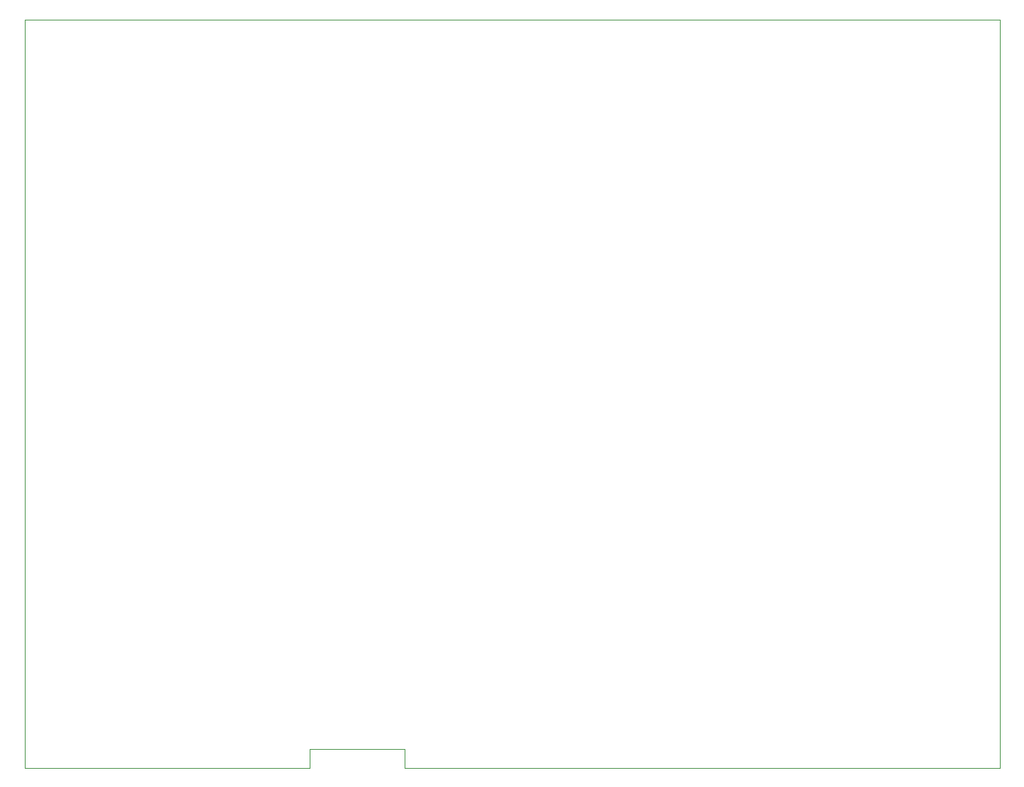
<source format=gbr>
%TF.GenerationSoftware,KiCad,Pcbnew,7.0.5*%
%TF.CreationDate,2024-04-11T17:45:55-04:00*%
%TF.ProjectId,PrawnDO_Breakout_Connectorized_sma_in_board,50726177-6e44-44f5-9f42-7265616b6f75,rev?*%
%TF.SameCoordinates,Original*%
%TF.FileFunction,Profile,NP*%
%FSLAX46Y46*%
G04 Gerber Fmt 4.6, Leading zero omitted, Abs format (unit mm)*
G04 Created by KiCad (PCBNEW 7.0.5) date 2024-04-11 17:45:55*
%MOMM*%
%LPD*%
G01*
G04 APERTURE LIST*
%TA.AperFunction,Profile*%
%ADD10C,0.100000*%
%TD*%
G04 APERTURE END LIST*
D10*
X71900000Y-141000000D02*
X71900000Y-54200000D01*
X115900000Y-138800000D02*
X104900000Y-138800000D01*
X115900000Y-141000000D02*
X115900000Y-138800000D01*
X71900000Y-141000000D02*
X104900000Y-141000000D01*
X184900000Y-54200000D02*
X71900000Y-54200000D01*
X184900000Y-141000000D02*
X184900000Y-54200000D01*
X115900000Y-141000000D02*
X184900000Y-141000000D01*
X104900000Y-138800000D02*
X104900000Y-141000000D01*
M02*

</source>
